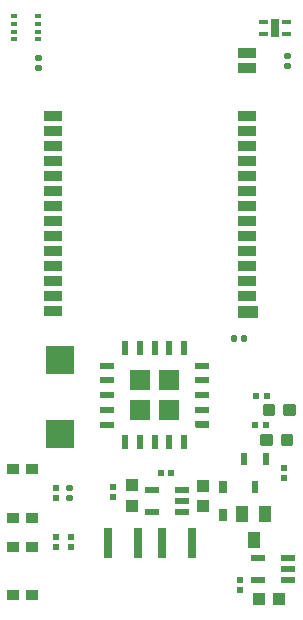
<source format=gbr>
G04 EAGLE Gerber RS-274X export*
G75*
%MOMM*%
%FSLAX34Y34*%
%LPD*%
%INSolderpaste Top*%
%IPPOS*%
%AMOC8*
5,1,8,0,0,1.08239X$1,22.5*%
G01*
%ADD10R,1.200000X0.550000*%
%ADD11R,1.000000X1.100000*%
%ADD12R,1.000000X0.900000*%
%ADD13R,0.600000X0.540000*%
%ADD14R,0.800000X1.000000*%
%ADD15R,1.000000X1.400000*%
%ADD16R,0.540000X0.600000*%
%ADD17C,0.300000*%
%ADD18R,0.482600X1.117600*%
%ADD19R,1.100000X1.000000*%
%ADD20R,1.800000X1.800000*%
%ADD21R,1.250000X0.550000*%
%ADD22R,0.550000X1.250000*%
%ADD23R,0.500000X0.350000*%
%ADD24R,2.403600X2.368000*%
%ADD25C,0.087500*%
%ADD26R,0.700000X1.600000*%
%ADD27C,0.270000*%
%ADD28R,1.600000X0.940000*%
%ADD29C,0.037600*%
%ADD30R,0.800000X2.500000*%

G36*
X178377Y155117D02*
X178377Y155117D01*
X178372Y155124D01*
X178379Y155130D01*
X178379Y160630D01*
X178343Y160677D01*
X178336Y160672D01*
X178330Y160679D01*
X165830Y160679D01*
X165783Y160643D01*
X165788Y160636D01*
X165781Y160630D01*
X165781Y156930D01*
X165797Y156909D01*
X165795Y156895D01*
X167595Y155095D01*
X167622Y155092D01*
X167630Y155081D01*
X178330Y155081D01*
X178377Y155117D01*
G37*
D10*
X155471Y83760D03*
X155471Y93260D03*
X155471Y102760D03*
X129469Y102760D03*
X129469Y83760D03*
D11*
X173030Y89210D03*
X173030Y106210D03*
D12*
X28182Y79016D03*
X12182Y79016D03*
X12182Y120016D03*
X28182Y120016D03*
D13*
X241790Y121540D03*
X241790Y112900D03*
D14*
X189845Y104810D03*
X189845Y81810D03*
D15*
X215880Y60360D03*
X206380Y82360D03*
X225380Y82360D03*
D10*
X245291Y26300D03*
X245291Y35800D03*
X245291Y45300D03*
X219289Y45300D03*
X219289Y26300D03*
D13*
X204350Y18190D03*
X204350Y26830D03*
D16*
X217230Y157900D03*
X225870Y157900D03*
D17*
X240790Y148370D02*
X240790Y141370D01*
X240790Y148370D02*
X247790Y148370D01*
X247790Y141370D01*
X240790Y141370D01*
X240790Y144220D02*
X247790Y144220D01*
X247790Y147070D02*
X240790Y147070D01*
X223250Y148370D02*
X223250Y141370D01*
X223250Y148370D02*
X230250Y148370D01*
X230250Y141370D01*
X223250Y141370D01*
X223250Y144220D02*
X230250Y144220D01*
X230250Y147070D02*
X223250Y147070D01*
D18*
X226690Y129108D03*
X207690Y129108D03*
X217190Y105232D03*
D13*
X96424Y105460D03*
X96424Y96820D03*
D16*
X146177Y117150D03*
X137537Y117150D03*
D11*
X113031Y106453D03*
X113031Y89453D03*
D19*
X237273Y10083D03*
X220273Y10083D03*
D12*
X28320Y13790D03*
X12320Y13790D03*
X12320Y54790D03*
X28320Y54790D03*
D20*
X144580Y170380D03*
X119580Y170380D03*
X119580Y195380D03*
X144580Y195380D03*
D21*
X172080Y182880D03*
X172080Y170380D03*
X172080Y195380D03*
X172080Y207880D03*
X92080Y182880D03*
X92080Y170380D03*
X92080Y195380D03*
X92080Y207880D03*
X92080Y157880D03*
D22*
X132080Y222880D03*
X144580Y222880D03*
X157080Y222880D03*
X119580Y222880D03*
X107080Y222880D03*
X132080Y142880D03*
X144580Y142880D03*
X157080Y142880D03*
X119580Y142880D03*
X107080Y142880D03*
D23*
X33110Y497280D03*
X33110Y490780D03*
X33110Y484280D03*
X33110Y503780D03*
X12610Y490780D03*
X12610Y497280D03*
X12610Y503780D03*
X12610Y484280D03*
D24*
X52070Y212822D03*
X52070Y150398D03*
D13*
X60960Y54100D03*
X60960Y62740D03*
X48260Y54100D03*
X48260Y62740D03*
D25*
X240067Y490343D02*
X246693Y490343D01*
X246693Y487717D01*
X240067Y487717D01*
X240067Y490343D01*
X240067Y488548D02*
X246693Y488548D01*
X246693Y489379D02*
X240067Y489379D01*
X240067Y490210D02*
X246693Y490210D01*
X246693Y500343D02*
X240067Y500343D01*
X246693Y500343D02*
X246693Y497717D01*
X240067Y497717D01*
X240067Y500343D01*
X240067Y498548D02*
X246693Y498548D01*
X246693Y499379D02*
X240067Y499379D01*
X240067Y500210D02*
X246693Y500210D01*
X227293Y500343D02*
X220667Y500343D01*
X227293Y500343D02*
X227293Y497717D01*
X220667Y497717D01*
X220667Y500343D01*
X220667Y498548D02*
X227293Y498548D01*
X227293Y499379D02*
X220667Y499379D01*
X220667Y500210D02*
X227293Y500210D01*
X227293Y490343D02*
X220667Y490343D01*
X227293Y490343D02*
X227293Y487717D01*
X220667Y487717D01*
X220667Y490343D01*
X220667Y488548D02*
X227293Y488548D01*
X227293Y489379D02*
X220667Y489379D01*
X220667Y490210D02*
X227293Y490210D01*
D26*
X233680Y494030D03*
D27*
X200230Y229490D02*
X197530Y229490D01*
X197530Y232790D01*
X200230Y232790D01*
X200230Y229490D01*
X200230Y232055D02*
X197530Y232055D01*
X206170Y229490D02*
X208870Y229490D01*
X206170Y229490D02*
X206170Y232790D01*
X208870Y232790D01*
X208870Y229490D01*
X208870Y232055D02*
X206170Y232055D01*
X31370Y467790D02*
X31370Y470490D01*
X34670Y470490D01*
X34670Y467790D01*
X31370Y467790D01*
X31370Y470355D02*
X34670Y470355D01*
X31370Y461850D02*
X31370Y459150D01*
X31370Y461850D02*
X34670Y461850D01*
X34670Y459150D01*
X31370Y459150D01*
X31370Y461715D02*
X34670Y461715D01*
X245490Y460420D02*
X245490Y463120D01*
X245490Y460420D02*
X242190Y460420D01*
X242190Y463120D01*
X245490Y463120D01*
X245490Y462985D02*
X242190Y462985D01*
X245490Y469060D02*
X245490Y471760D01*
X245490Y469060D02*
X242190Y469060D01*
X242190Y471760D01*
X245490Y471760D01*
X245490Y471625D02*
X242190Y471625D01*
D17*
X242636Y173958D02*
X242636Y166958D01*
X242636Y173958D02*
X249636Y173958D01*
X249636Y166958D01*
X242636Y166958D01*
X242636Y169808D02*
X249636Y169808D01*
X249636Y172658D02*
X242636Y172658D01*
X225096Y173958D02*
X225096Y166958D01*
X225096Y173958D02*
X232096Y173958D01*
X232096Y166958D01*
X225096Y166958D01*
X225096Y169808D02*
X232096Y169808D01*
X232096Y172658D02*
X225096Y172658D01*
D16*
X218114Y182602D03*
X226754Y182602D03*
D28*
X46260Y254030D03*
X46260Y266730D03*
X46260Y279430D03*
X46260Y292130D03*
X46260Y304830D03*
X46260Y317530D03*
X46260Y330230D03*
X46260Y342930D03*
X46260Y355630D03*
X46260Y368330D03*
X46260Y381030D03*
X46260Y393730D03*
X46260Y406430D03*
D29*
X202638Y249518D02*
X218262Y249518D01*
X202638Y249518D02*
X202638Y258542D01*
X218262Y258542D01*
X218262Y249518D01*
X218262Y249875D02*
X202638Y249875D01*
X202638Y250232D02*
X218262Y250232D01*
X218262Y250589D02*
X202638Y250589D01*
X202638Y250946D02*
X218262Y250946D01*
X218262Y251303D02*
X202638Y251303D01*
X202638Y251660D02*
X218262Y251660D01*
X218262Y252017D02*
X202638Y252017D01*
X202638Y252374D02*
X218262Y252374D01*
X218262Y252731D02*
X202638Y252731D01*
X202638Y253088D02*
X218262Y253088D01*
X218262Y253445D02*
X202638Y253445D01*
X202638Y253802D02*
X218262Y253802D01*
X218262Y254159D02*
X202638Y254159D01*
X202638Y254516D02*
X218262Y254516D01*
X218262Y254873D02*
X202638Y254873D01*
X202638Y255230D02*
X218262Y255230D01*
X218262Y255587D02*
X202638Y255587D01*
X202638Y255944D02*
X218262Y255944D01*
X218262Y256301D02*
X202638Y256301D01*
X202638Y256658D02*
X218262Y256658D01*
X218262Y257015D02*
X202638Y257015D01*
X202638Y257372D02*
X218262Y257372D01*
X218262Y257729D02*
X202638Y257729D01*
X202638Y258086D02*
X218262Y258086D01*
X218262Y258443D02*
X202638Y258443D01*
D28*
X210450Y266730D03*
X210450Y279430D03*
X210450Y292130D03*
X210450Y304830D03*
X210450Y317530D03*
X210450Y330230D03*
X210450Y342930D03*
X210450Y355630D03*
X210450Y368330D03*
X210450Y381030D03*
X210450Y393730D03*
X210450Y406430D03*
X210450Y460030D03*
X210450Y472730D03*
X46260Y419130D03*
X210450Y419130D03*
D13*
X48260Y96010D03*
X48260Y104650D03*
D27*
X61340Y97360D02*
X61340Y94660D01*
X58040Y94660D01*
X58040Y97360D01*
X61340Y97360D01*
X61340Y97225D02*
X58040Y97225D01*
X61340Y103300D02*
X61340Y106000D01*
X61340Y103300D02*
X58040Y103300D01*
X58040Y106000D01*
X61340Y106000D01*
X61340Y105865D02*
X58040Y105865D01*
D30*
X118000Y57430D03*
X138540Y57430D03*
X92762Y57430D03*
X163270Y57430D03*
M02*

</source>
